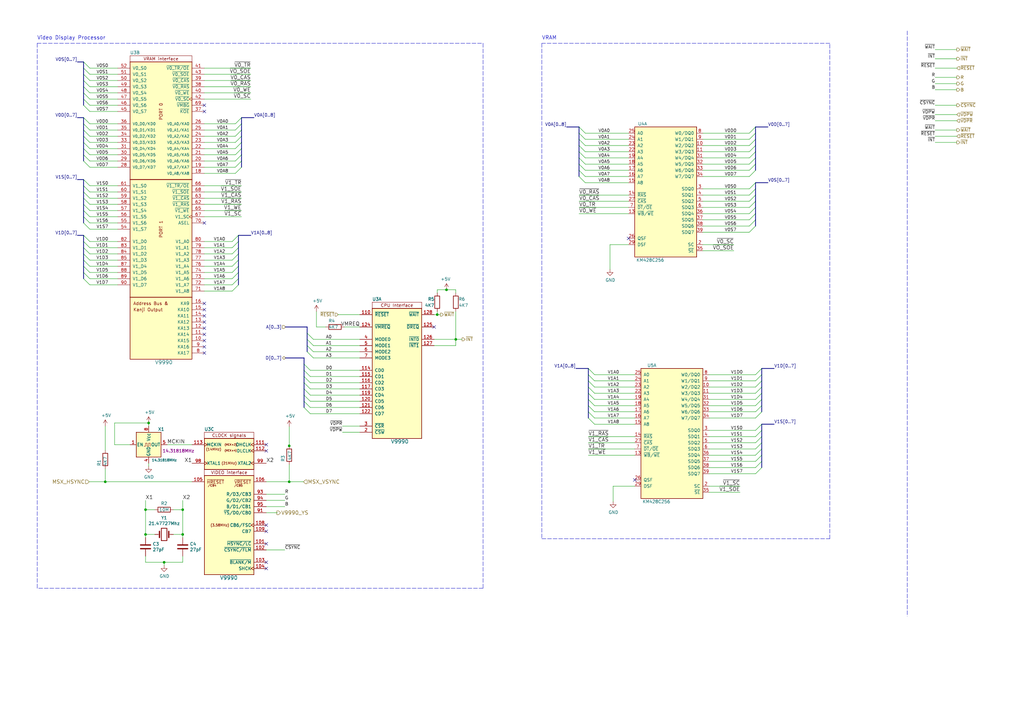
<source format=kicad_sch>
(kicad_sch (version 20211123) (generator eeschema)
  (paper "A3")
  (title_block (title "TRH9000S (Superimpose)") (date "2022-11-25") (rev "0.1") (company "The Retro Hacker") (comment 2 "Shared under CERN-OHL-S license") (comment 3 "TRH9000S - Open Source MSX Graphics Card based on the Yamaha V9990") (comment 4 "Designed  by: Cristiano Goncalves"))
  (junction (at 74.93 219.202))
  (junction (at 183.134 118.872))
  (junction (at 59.69 209.042))
  (junction (at 74.93 209.042))
  (junction (at 179.324 129.032))
  (junction (at 118.618 197.612))
  (junction (at 186.944 139.192))
  (junction (at 59.69 219.202))
  (junction (at 43.18 197.612))
  (junction (at 60.96 173.482))
  (junction (at 67.31 230.632))
  (junction (at 118.618 182.88))
  (no_connect (at 178.054 134.112))
  (no_connect (at 83.82 139.7))
  (no_connect (at 260.35 196.85))
  (no_connect (at 83.82 43.18))
  (no_connect (at 83.82 45.72))
  (no_connect (at 109.22 182.372))
  (no_connect (at 109.22 184.912))
  (no_connect (at 109.22 215.392))
  (no_connect (at 109.22 217.932))
  (no_connect (at 257.81 97.79))
  (no_connect (at 83.82 142.24))
  (no_connect (at 109.22 233.172))
  (no_connect (at 109.22 230.632))
  (no_connect (at 83.82 132.08))
  (no_connect (at 83.82 91.44))
  (no_connect (at 83.82 124.46))
  (no_connect (at 83.82 127))
  (no_connect (at 83.82 134.62))
  (no_connect (at 83.82 137.16))
  (no_connect (at 83.82 129.54))
  (no_connect (at 109.22 223.012))
  (no_connect (at 83.82 144.78))
  (bus_entry (at 34.29 78.74) (size 2.54 2.54))
  (bus_entry (at 34.29 83.82) (size 2.54 2.54))
  (bus_entry (at 124.714 151.892) (size 2.54 2.54))
  (bus_entry (at 241.3 166.37) (size 2.54 2.54))
  (bus_entry (at 124.714 164.592) (size 2.54 2.54))
  (bus_entry (at 312.42 168.91) (size -2.54 2.54))
  (bus_entry (at 309.88 64.77) (size -2.54 2.54))
  (bus_entry (at 312.42 163.83) (size -2.54 2.54))
  (bus_entry (at 312.42 166.37) (size -2.54 2.54))
  (bus_entry (at 99.06 68.58) (size -2.54 2.54))
  (bus_entry (at 312.42 161.29) (size -2.54 2.54))
  (bus_entry (at 312.42 191.77) (size -2.54 2.54))
  (bus_entry (at 124.714 149.352) (size 2.54 2.54))
  (bus_entry (at 241.3 171.45) (size 2.54 2.54))
  (bus_entry (at 312.42 151.13) (size -2.54 2.54))
  (bus_entry (at 309.88 85.09) (size -2.54 2.54))
  (bus_entry (at 34.29 104.14) (size 2.54 2.54))
  (bus_entry (at 309.88 82.55) (size -2.54 2.54))
  (bus_entry (at 241.3 156.21) (size 2.54 2.54))
  (bus_entry (at 97.79 114.3) (size -2.54 2.54))
  (bus_entry (at 97.79 109.22) (size -2.54 2.54))
  (bus_entry (at 34.29 30.48) (size 2.54 2.54))
  (bus_entry (at 309.88 77.47) (size -2.54 2.54))
  (bus_entry (at 34.29 40.64) (size 2.54 2.54))
  (bus_entry (at 99.06 53.34) (size -2.54 2.54))
  (bus_entry (at 34.29 43.18) (size 2.54 2.54))
  (bus_entry (at 34.29 101.6) (size 2.54 2.54))
  (bus_entry (at 34.29 99.06) (size 2.54 2.54))
  (bus_entry (at 309.88 67.31) (size -2.54 2.54))
  (bus_entry (at 309.88 90.17) (size -2.54 2.54))
  (bus_entry (at 241.3 163.83) (size 2.54 2.54))
  (bus_entry (at 237.49 72.39) (size 2.54 2.54))
  (bus_entry (at 34.29 58.42) (size 2.54 2.54))
  (bus_entry (at 34.29 91.44) (size 2.54 2.54))
  (bus_entry (at 237.49 52.07) (size 2.54 2.54))
  (bus_entry (at 309.88 59.69) (size -2.54 2.54))
  (bus_entry (at 241.3 161.29) (size 2.54 2.54))
  (bus_entry (at 309.88 87.63) (size -2.54 2.54))
  (bus_entry (at 125.984 144.272) (size 2.54 2.54))
  (bus_entry (at 241.3 151.13) (size 2.54 2.54))
  (bus_entry (at 34.29 25.4) (size 2.54 2.54))
  (bus_entry (at 237.49 59.69) (size 2.54 2.54))
  (bus_entry (at 312.42 181.61) (size -2.54 2.54))
  (bus_entry (at 125.984 139.192) (size 2.54 2.54))
  (bus_entry (at 99.06 58.42) (size -2.54 2.54))
  (bus_entry (at 309.88 80.01) (size -2.54 2.54))
  (bus_entry (at 34.29 53.34) (size 2.54 2.54))
  (bus_entry (at 97.79 101.6) (size -2.54 2.54))
  (bus_entry (at 309.88 62.23) (size -2.54 2.54))
  (bus_entry (at 34.29 50.8) (size 2.54 2.54))
  (bus_entry (at 312.42 179.07) (size -2.54 2.54))
  (bus_entry (at 309.88 54.61) (size -2.54 2.54))
  (bus_entry (at 99.06 66.04) (size -2.54 2.54))
  (bus_entry (at 34.29 60.96) (size 2.54 2.54))
  (bus_entry (at 34.29 63.5) (size 2.54 2.54))
  (bus_entry (at 34.29 38.1) (size 2.54 2.54))
  (bus_entry (at 34.29 35.56) (size 2.54 2.54))
  (bus_entry (at 34.29 48.26) (size 2.54 2.54))
  (bus_entry (at 237.49 62.23) (size 2.54 2.54))
  (bus_entry (at 309.88 92.71) (size -2.54 2.54))
  (bus_entry (at 309.88 52.07) (size -2.54 2.54))
  (bus_entry (at 237.49 69.85) (size 2.54 2.54))
  (bus_entry (at 125.984 136.652) (size 2.54 2.54))
  (bus_entry (at 97.79 96.52) (size -2.54 2.54))
  (bus_entry (at 99.06 63.5) (size -2.54 2.54))
  (bus_entry (at 34.29 27.94) (size 2.54 2.54))
  (bus_entry (at 99.06 48.26) (size -2.54 2.54))
  (bus_entry (at 124.714 162.052) (size 2.54 2.54))
  (bus_entry (at 97.79 99.06) (size -2.54 2.54))
  (bus_entry (at 124.714 156.972) (size 2.54 2.54))
  (bus_entry (at 99.06 60.96) (size -2.54 2.54))
  (bus_entry (at 241.3 168.91) (size 2.54 2.54))
  (bus_entry (at 124.714 159.512) (size 2.54 2.54))
  (bus_entry (at 312.42 153.67) (size -2.54 2.54))
  (bus_entry (at 34.29 55.88) (size 2.54 2.54))
  (bus_entry (at 34.29 76.2) (size 2.54 2.54))
  (bus_entry (at 34.29 106.68) (size 2.54 2.54))
  (bus_entry (at 241.3 158.75) (size 2.54 2.54))
  (bus_entry (at 312.42 156.21) (size -2.54 2.54))
  (bus_entry (at 97.79 116.84) (size -2.54 2.54))
  (bus_entry (at 237.49 64.77) (size 2.54 2.54))
  (bus_entry (at 312.42 189.23) (size -2.54 2.54))
  (bus_entry (at 309.88 74.93) (size -2.54 2.54))
  (bus_entry (at 97.79 104.14) (size -2.54 2.54))
  (bus_entry (at 237.49 67.31) (size 2.54 2.54))
  (bus_entry (at 124.714 154.432) (size 2.54 2.54))
  (bus_entry (at 312.42 173.99) (size -2.54 2.54))
  (bus_entry (at 125.984 141.732) (size 2.54 2.54))
  (bus_entry (at 34.29 109.22) (size 2.54 2.54))
  (bus_entry (at 34.29 73.66) (size 2.54 2.54))
  (bus_entry (at 241.3 153.67) (size 2.54 2.54))
  (bus_entry (at 312.42 158.75) (size -2.54 2.54))
  (bus_entry (at 312.42 186.69) (size -2.54 2.54))
  (bus_entry (at 124.714 167.132) (size 2.54 2.54))
  (bus_entry (at 99.06 50.8) (size -2.54 2.54))
  (bus_entry (at 34.29 33.02) (size 2.54 2.54))
  (bus_entry (at 97.79 111.76) (size -2.54 2.54))
  (bus_entry (at 34.29 86.36) (size 2.54 2.54))
  (bus_entry (at 309.88 57.15) (size -2.54 2.54))
  (bus_entry (at 34.29 66.04) (size 2.54 2.54))
  (bus_entry (at 312.42 176.53) (size -2.54 2.54))
  (bus_entry (at 237.49 57.15) (size 2.54 2.54))
  (bus_entry (at 34.29 114.3) (size 2.54 2.54))
  (bus_entry (at 34.29 96.52) (size 2.54 2.54))
  (bus_entry (at 309.88 69.85) (size -2.54 2.54))
  (bus_entry (at 97.79 106.68) (size -2.54 2.54))
  (bus_entry (at 312.42 184.15) (size -2.54 2.54))
  (bus_entry (at 237.49 54.61) (size 2.54 2.54))
  (bus_entry (at 34.29 81.28) (size 2.54 2.54))
  (bus_entry (at 99.06 55.88) (size -2.54 2.54))
  (bus_entry (at 34.29 88.9) (size 2.54 2.54))
  (bus_entry (at 34.29 111.76) (size 2.54 2.54))
  (bus (pts (xy 97.79 99.06) (xy 97.79 101.6)))
  (wire (pts (xy 240.03 74.93) (xy 257.81 74.93)))
  (wire (pts (xy 383.54 36.83) (xy 392.43 36.83)))
  (wire (pts (xy 59.69 219.202) (xy 59.69 220.472)))
  (wire (pts (xy 116.84 225.552) (xy 109.22 225.552)))
  (bus (pts (xy 124.714 162.052) (xy 124.714 164.592)))
  (bus (pts (xy 312.42 181.61) (xy 312.42 184.15)))
  (wire (pts (xy 67.31 231.902) (xy 67.31 230.632)))
  (wire (pts (xy 59.69 228.092) (xy 59.69 230.632)))
  (wire (pts (xy 243.84 171.45) (xy 260.35 171.45)))
  (wire (pts (xy 118.618 197.612) (xy 118.618 190.5)))
  (wire (pts (xy 240.03 54.61) (xy 257.81 54.61)))
  (wire (pts (xy 48.26 83.82) (xy 36.83 83.82)))
  (wire (pts (xy 288.29 57.15) (xy 307.34 57.15)))
  (wire (pts (xy 118.618 197.612) (xy 124.46 197.612)))
  (bus (pts (xy 241.3 163.83) (xy 241.3 166.37)))
  (wire (pts (xy 60.96 191.262) (xy 60.96 189.992)))
  (wire (pts (xy 138.684 129.032) (xy 147.574 129.032)))
  (bus (pts (xy 237.49 52.07) (xy 237.49 54.61)))
  (bus (pts (xy 124.714 154.432) (xy 124.714 156.972)))
  (wire (pts (xy 48.26 55.88) (xy 36.83 55.88)))
  (wire (pts (xy 83.82 114.3) (xy 95.25 114.3)))
  (wire (pts (xy 48.26 50.8) (xy 36.83 50.8)))
  (wire (pts (xy 127.254 156.972) (xy 147.574 156.972)))
  (bus (pts (xy 34.29 50.8) (xy 34.29 53.34)))
  (wire (pts (xy 43.18 192.278) (xy 43.18 197.612)))
  (wire (pts (xy 383.54 46.99) (xy 392.43 46.99)))
  (wire (pts (xy 179.324 127.762) (xy 179.324 129.032)))
  (polyline (pts (xy 372.11 12.7) (xy 372.11 252.73)))
  (wire (pts (xy 109.22 210.312) (xy 113.792 210.312)))
  (wire (pts (xy 186.944 141.732) (xy 186.944 139.192)))
  (wire (pts (xy 383.54 55.88) (xy 392.43 55.88)))
  (bus (pts (xy 237.49 62.23) (xy 237.49 64.77)))
  (wire (pts (xy 48.26 78.74) (xy 36.83 78.74)))
  (wire (pts (xy 290.83 176.53) (xy 309.88 176.53)))
  (wire (pts (xy 288.29 59.69) (xy 307.34 59.69)))
  (bus (pts (xy 309.88 77.47) (xy 309.88 80.01)))
  (polyline (pts (xy 222.25 220.98) (xy 340.36 220.98)))
  (bus (pts (xy 99.06 48.26) (xy 99.06 50.8)))
  (bus (pts (xy 124.714 164.592) (xy 124.714 167.132)))
  (wire (pts (xy 83.82 40.64) (xy 102.87 40.64)))
  (bus (pts (xy 99.06 55.88) (xy 99.06 58.42)))
  (bus (pts (xy 97.79 106.68) (xy 97.79 109.22)))
  (wire (pts (xy 102.87 38.1) (xy 83.82 38.1)))
  (wire (pts (xy 99.06 76.2) (xy 83.82 76.2)))
  (wire (pts (xy 48.26 33.02) (xy 36.83 33.02)))
  (bus (pts (xy 309.88 87.63) (xy 309.88 90.17)))
  (bus (pts (xy 241.3 151.13) (xy 241.3 153.67)))
  (bus (pts (xy 309.88 80.01) (xy 309.88 82.55)))
  (wire (pts (xy 179.324 118.872) (xy 179.324 120.142)))
  (wire (pts (xy 290.83 184.15) (xy 309.88 184.15)))
  (wire (pts (xy 48.26 27.94) (xy 36.83 27.94)))
  (bus (pts (xy 312.42 173.99) (xy 312.42 176.53)))
  (wire (pts (xy 288.29 54.61) (xy 307.34 54.61)))
  (wire (pts (xy 288.29 77.47) (xy 307.34 77.47)))
  (wire (pts (xy 74.93 209.042) (xy 74.93 219.202)))
  (bus (pts (xy 241.3 161.29) (xy 241.3 163.83)))
  (polyline (pts (xy 340.36 220.98) (xy 340.36 17.78)))
  (wire (pts (xy 127.254 162.052) (xy 147.574 162.052)))
  (wire (pts (xy 116.84 202.692) (xy 109.22 202.692)))
  (wire (pts (xy 288.29 100.33) (xy 300.99 100.33)))
  (wire (pts (xy 128.524 141.732) (xy 147.574 141.732)))
  (bus (pts (xy 34.29 86.36) (xy 34.29 88.9)))
  (wire (pts (xy 127.254 164.592) (xy 147.574 164.592)))
  (bus (pts (xy 97.79 104.14) (xy 97.79 106.68)))
  (wire (pts (xy 99.06 86.36) (xy 83.82 86.36)))
  (bus (pts (xy 34.29 53.34) (xy 34.29 55.88)))
  (wire (pts (xy 99.06 81.28) (xy 83.82 81.28)))
  (bus (pts (xy 312.42 163.83) (xy 312.42 166.37)))
  (wire (pts (xy 83.82 116.84) (xy 95.25 116.84)))
  (bus (pts (xy 34.29 25.4) (xy 34.29 27.94)))
  (bus (pts (xy 34.29 88.9) (xy 34.29 91.44)))
  (bus (pts (xy 312.42 186.69) (xy 312.42 189.23)))
  (bus (pts (xy 97.79 114.3) (xy 97.79 116.84)))
  (wire (pts (xy 99.06 83.82) (xy 83.82 83.82)))
  (bus (pts (xy 309.88 62.23) (xy 309.88 64.77)))
  (wire (pts (xy 59.69 230.632) (xy 67.31 230.632)))
  (bus (pts (xy 237.49 67.31) (xy 237.49 69.85)))
  (wire (pts (xy 48.26 63.5) (xy 36.83 63.5)))
  (wire (pts (xy 240.03 59.69) (xy 257.81 59.69)))
  (bus (pts (xy 309.88 82.55) (xy 309.88 85.09)))
  (wire (pts (xy 383.54 24.13) (xy 392.43 24.13)))
  (wire (pts (xy 48.26 91.44) (xy 36.83 91.44)))
  (bus (pts (xy 34.29 81.28) (xy 34.29 83.82)))
  (wire (pts (xy 129.794 134.112) (xy 133.604 134.112)))
  (wire (pts (xy 83.82 58.42) (xy 96.52 58.42)))
  (wire (pts (xy 288.29 102.87) (xy 300.99 102.87)))
  (polyline (pts (xy 15.24 17.78) (xy 198.12 17.78)))
  (wire (pts (xy 127.254 151.892) (xy 147.574 151.892)))
  (wire (pts (xy 102.87 27.94) (xy 83.82 27.94)))
  (wire (pts (xy 240.03 67.31) (xy 257.81 67.31)))
  (wire (pts (xy 48.26 60.96) (xy 36.83 60.96)))
  (wire (pts (xy 48.26 114.3) (xy 36.83 114.3)))
  (bus (pts (xy 34.29 35.56) (xy 34.29 38.1)))
  (bus (pts (xy 309.88 57.15) (xy 309.88 59.69)))
  (bus (pts (xy 34.29 73.66) (xy 31.75 73.66)))
  (wire (pts (xy 83.82 66.04) (xy 96.52 66.04)))
  (wire (pts (xy 48.26 104.14) (xy 36.83 104.14)))
  (bus (pts (xy 312.42 151.13) (xy 317.5 151.13)))
  (bus (pts (xy 34.29 76.2) (xy 34.29 78.74)))
  (wire (pts (xy 83.82 68.58) (xy 96.52 68.58)))
  (bus (pts (xy 97.79 111.76) (xy 97.79 114.3)))
  (bus (pts (xy 241.3 153.67) (xy 241.3 156.21)))
  (bus (pts (xy 241.3 166.37) (xy 241.3 168.91)))
  (wire (pts (xy 257.81 87.63) (xy 237.49 87.63)))
  (wire (pts (xy 288.29 64.77) (xy 307.34 64.77)))
  (bus (pts (xy 99.06 53.34) (xy 99.06 55.88)))
  (wire (pts (xy 141.224 134.112) (xy 147.574 134.112)))
  (wire (pts (xy 48.26 45.72) (xy 36.83 45.72)))
  (wire (pts (xy 48.26 76.2) (xy 36.83 76.2)))
  (bus (pts (xy 312.42 189.23) (xy 312.42 191.77)))
  (wire (pts (xy 59.69 209.042) (xy 59.69 219.202)))
  (wire (pts (xy 290.83 163.83) (xy 309.88 163.83)))
  (bus (pts (xy 312.42 176.53) (xy 312.42 179.07)))
  (wire (pts (xy 383.54 49.53) (xy 392.43 49.53)))
  (wire (pts (xy 178.054 139.192) (xy 186.944 139.192)))
  (bus (pts (xy 34.29 96.52) (xy 34.29 99.06)))
  (bus (pts (xy 34.29 58.42) (xy 34.29 60.96)))
  (wire (pts (xy 243.84 153.67) (xy 260.35 153.67)))
  (wire (pts (xy 129.794 127.762) (xy 129.794 134.112)))
  (wire (pts (xy 83.82 30.48) (xy 102.87 30.48)))
  (wire (pts (xy 288.29 80.01) (xy 307.34 80.01)))
  (wire (pts (xy 290.83 166.37) (xy 309.88 166.37)))
  (bus (pts (xy 124.714 151.892) (xy 124.714 154.432)))
  (wire (pts (xy 63.5 209.042) (xy 59.69 209.042)))
  (wire (pts (xy 74.93 230.632) (xy 74.93 228.092)))
  (bus (pts (xy 34.29 48.26) (xy 34.29 50.8)))
  (bus (pts (xy 309.88 59.69) (xy 309.88 62.23)))
  (wire (pts (xy 243.84 168.91) (xy 260.35 168.91)))
  (wire (pts (xy 250.19 100.33) (xy 257.81 100.33)))
  (bus (pts (xy 97.79 101.6) (xy 97.79 104.14)))
  (wire (pts (xy 48.26 38.1) (xy 36.83 38.1)))
  (wire (pts (xy 48.26 66.04) (xy 36.83 66.04)))
  (bus (pts (xy 34.29 30.48) (xy 34.29 33.02)))
  (wire (pts (xy 290.83 191.77) (xy 309.88 191.77)))
  (bus (pts (xy 312.42 156.21) (xy 312.42 158.75)))
  (bus (pts (xy 34.29 96.52) (xy 31.75 96.52)))
  (wire (pts (xy 240.03 57.15) (xy 257.81 57.15)))
  (wire (pts (xy 260.35 179.07) (xy 241.3 179.07)))
  (wire (pts (xy 260.35 181.61) (xy 241.3 181.61)))
  (bus (pts (xy 241.3 158.75) (xy 241.3 161.29)))
  (wire (pts (xy 83.82 78.74) (xy 99.06 78.74)))
  (wire (pts (xy 48.26 101.6) (xy 36.83 101.6)))
  (bus (pts (xy 99.06 66.04) (xy 99.06 68.58)))
  (polyline (pts (xy 222.25 17.78) (xy 222.25 220.98)))
  (wire (pts (xy 186.944 118.872) (xy 186.944 120.142)))
  (wire (pts (xy 71.12 219.202) (xy 74.93 219.202)))
  (wire (pts (xy 60.96 173.482) (xy 60.96 174.752)))
  (bus (pts (xy 312.42 153.67) (xy 312.42 156.21)))
  (wire (pts (xy 83.82 88.9) (xy 99.06 88.9)))
  (bus (pts (xy 312.42 166.37) (xy 312.42 168.91)))
  (wire (pts (xy 48.26 88.9) (xy 36.83 88.9)))
  (bus (pts (xy 99.06 58.42) (xy 99.06 60.96)))
  (bus (pts (xy 99.06 48.26) (xy 104.14 48.26)))
  (polyline (pts (xy 340.36 17.78) (xy 222.25 17.78)))
  (wire (pts (xy 288.29 82.55) (xy 307.34 82.55)))
  (wire (pts (xy 83.82 111.76) (xy 95.25 111.76)))
  (wire (pts (xy 59.69 205.232) (xy 59.69 209.042)))
  (wire (pts (xy 240.03 62.23) (xy 257.81 62.23)))
  (wire (pts (xy 240.03 64.77) (xy 257.81 64.77)))
  (wire (pts (xy 127.254 154.432) (xy 147.574 154.432)))
  (wire (pts (xy 290.83 194.31) (xy 309.88 194.31)))
  (bus (pts (xy 34.29 101.6) (xy 34.29 104.14)))
  (bus (pts (xy 34.29 104.14) (xy 34.29 106.68)))
  (wire (pts (xy 383.54 27.94) (xy 392.43 27.94)))
  (wire (pts (xy 243.84 166.37) (xy 260.35 166.37)))
  (bus (pts (xy 34.29 111.76) (xy 34.29 114.3)))
  (wire (pts (xy 290.83 158.75) (xy 309.88 158.75)))
  (wire (pts (xy 290.83 181.61) (xy 309.88 181.61)))
  (bus (pts (xy 99.06 60.96) (xy 99.06 63.5)))
  (bus (pts (xy 34.29 33.02) (xy 34.29 35.56)))
  (bus (pts (xy 237.49 54.61) (xy 237.49 57.15)))
  (wire (pts (xy 48.26 35.56) (xy 36.83 35.56)))
  (wire (pts (xy 36.576 197.612) (xy 43.18 197.612)))
  (wire (pts (xy 128.524 146.812) (xy 147.574 146.812)))
  (wire (pts (xy 288.29 90.17) (xy 307.34 90.17)))
  (wire (pts (xy 288.29 67.31) (xy 307.34 67.31)))
  (bus (pts (xy 99.06 63.5) (xy 99.06 66.04)))
  (bus (pts (xy 34.29 48.26) (xy 31.75 48.26)))
  (wire (pts (xy 48.26 99.06) (xy 36.83 99.06)))
  (wire (pts (xy 48.26 116.84) (xy 36.83 116.84)))
  (bus (pts (xy 34.29 83.82) (xy 34.29 86.36)))
  (wire (pts (xy 260.35 184.15) (xy 241.3 184.15)))
  (wire (pts (xy 243.84 158.75) (xy 260.35 158.75)))
  (wire (pts (xy 288.29 72.39) (xy 307.34 72.39)))
  (bus (pts (xy 309.88 64.77) (xy 309.88 67.31)))
  (wire (pts (xy 140.462 174.752) (xy 147.574 174.752)))
  (wire (pts (xy 288.29 95.25) (xy 307.34 95.25)))
  (wire (pts (xy 83.82 60.96) (xy 96.52 60.96)))
  (bus (pts (xy 237.49 64.77) (xy 237.49 67.31)))
  (bus (pts (xy 34.29 63.5) (xy 34.29 66.04)))
  (wire (pts (xy 83.82 63.5) (xy 96.52 63.5)))
  (wire (pts (xy 83.82 119.38) (xy 95.25 119.38)))
  (wire (pts (xy 383.54 43.18) (xy 392.43 43.18)))
  (wire (pts (xy 288.29 87.63) (xy 307.34 87.63)))
  (wire (pts (xy 183.134 118.872) (xy 179.324 118.872)))
  (wire (pts (xy 183.134 118.872) (xy 186.944 118.872)))
  (bus (pts (xy 125.984 139.192) (xy 125.984 141.732)))
  (wire (pts (xy 83.82 55.88) (xy 96.52 55.88)))
  (bus (pts (xy 34.29 27.94) (xy 34.29 30.48)))
  (wire (pts (xy 116.84 205.232) (xy 109.22 205.232)))
  (wire (pts (xy 383.54 53.34) (xy 392.43 53.34)))
  (wire (pts (xy 46.99 182.372) (xy 53.34 182.372)))
  (wire (pts (xy 83.82 101.6) (xy 95.25 101.6)))
  (polyline (pts (xy 198.12 17.78) (xy 198.12 241.3)))
  (wire (pts (xy 290.83 201.93) (xy 303.53 201.93)))
  (wire (pts (xy 116.84 207.772) (xy 109.22 207.772)))
  (bus (pts (xy 34.29 73.66) (xy 34.29 76.2)))
  (bus (pts (xy 99.06 50.8) (xy 99.06 53.34)))
  (wire (pts (xy 178.054 129.032) (xy 179.324 129.032)))
  (wire (pts (xy 128.524 144.272) (xy 147.574 144.272)))
  (wire (pts (xy 243.84 161.29) (xy 260.35 161.29)))
  (wire (pts (xy 179.324 129.032) (xy 180.594 129.032)))
  (wire (pts (xy 48.26 109.22) (xy 36.83 109.22)))
  (bus (pts (xy 312.42 158.75) (xy 312.42 161.29)))
  (wire (pts (xy 290.83 199.39) (xy 303.53 199.39)))
  (wire (pts (xy 383.54 20.32) (xy 392.43 20.32)))
  (wire (pts (xy 186.944 139.192) (xy 189.484 139.192)))
  (bus (pts (xy 97.79 96.52) (xy 102.87 96.52)))
  (wire (pts (xy 83.82 106.68) (xy 95.25 106.68)))
  (wire (pts (xy 74.93 219.202) (xy 74.93 220.472)))
  (bus (pts (xy 34.29 60.96) (xy 34.29 63.5)))
  (wire (pts (xy 63.5 219.202) (xy 59.69 219.202)))
  (wire (pts (xy 383.54 34.29) (xy 392.43 34.29)))
  (wire (pts (xy 102.87 33.02) (xy 83.82 33.02)))
  (wire (pts (xy 290.83 153.67) (xy 309.88 153.67)))
  (bus (pts (xy 312.42 173.99) (xy 317.5 173.99)))
  (wire (pts (xy 43.18 197.612) (xy 78.74 197.612)))
  (wire (pts (xy 68.58 182.372) (xy 78.74 182.372)))
  (bus (pts (xy 312.42 179.07) (xy 312.42 181.61)))
  (wire (pts (xy 243.84 173.99) (xy 260.35 173.99)))
  (bus (pts (xy 309.88 74.93) (xy 314.96 74.93)))
  (bus (pts (xy 125.984 134.112) (xy 125.984 136.652)))
  (bus (pts (xy 241.3 151.13) (xy 236.22 151.13)))
  (wire (pts (xy 109.22 197.612) (xy 118.618 197.612)))
  (wire (pts (xy 83.82 71.12) (xy 96.52 71.12)))
  (wire (pts (xy 48.26 40.64) (xy 36.83 40.64)))
  (wire (pts (xy 140.462 177.292) (xy 147.574 177.292)))
  (wire (pts (xy 83.82 53.34) (xy 96.52 53.34)))
  (polyline (pts (xy 15.24 17.78) (xy 15.24 241.3)))
  (wire (pts (xy 67.31 230.632) (xy 74.93 230.632)))
  (wire (pts (xy 83.82 109.22) (xy 95.25 109.22)))
  (bus (pts (xy 124.714 159.512) (xy 124.714 162.052)))
  (wire (pts (xy 288.29 62.23) (xy 307.34 62.23)))
  (wire (pts (xy 118.618 182.88) (xy 118.872 182.88)))
  (wire (pts (xy 48.26 81.28) (xy 36.83 81.28)))
  (wire (pts (xy 288.29 69.85) (xy 307.34 69.85)))
  (wire (pts (xy 48.26 30.48) (xy 36.83 30.48)))
  (bus (pts (xy 309.88 52.07) (xy 314.96 52.07)))
  (bus (pts (xy 309.88 90.17) (xy 309.88 92.71)))
  (bus (pts (xy 34.29 109.22) (xy 34.29 111.76)))
  (wire (pts (xy 83.82 50.8) (xy 96.52 50.8)))
  (bus (pts (xy 124.714 146.812) (xy 124.714 149.352)))
  (wire (pts (xy 250.19 100.33) (xy 250.19 110.49)))
  (bus (pts (xy 97.79 96.52) (xy 97.79 99.06)))
  (wire (pts (xy 186.944 127.762) (xy 186.944 139.192)))
  (wire (pts (xy 46.99 173.482) (xy 46.99 182.372)))
  (bus (pts (xy 34.29 55.88) (xy 34.29 58.42)))
  (wire (pts (xy 43.18 174.752) (xy 43.18 184.658)))
  (wire (pts (xy 48.26 111.76) (xy 36.83 111.76)))
  (wire (pts (xy 46.99 173.482) (xy 60.96 173.482)))
  (wire (pts (xy 383.54 58.42) (xy 392.43 58.42)))
  (bus (pts (xy 309.88 67.31) (xy 309.88 69.85)))
  (wire (pts (xy 290.83 179.07) (xy 309.88 179.07)))
  (bus (pts (xy 34.29 78.74) (xy 34.29 81.28)))
  (wire (pts (xy 48.26 43.18) (xy 36.83 43.18)))
  (wire (pts (xy 257.81 85.09) (xy 237.49 85.09)))
  (wire (pts (xy 48.26 53.34) (xy 36.83 53.34)))
  (bus (pts (xy 34.29 40.64) (xy 34.29 43.18)))
  (wire (pts (xy 290.83 171.45) (xy 309.88 171.45)))
  (bus (pts (xy 241.3 168.91) (xy 241.3 171.45)))
  (wire (pts (xy 243.84 156.21) (xy 260.35 156.21)))
  (wire (pts (xy 290.83 189.23) (xy 309.88 189.23)))
  (bus (pts (xy 237.49 52.07) (xy 232.41 52.07)))
  (bus (pts (xy 309.88 54.61) (xy 309.88 57.15)))
  (bus (pts (xy 312.42 151.13) (xy 312.42 153.67)))
  (wire (pts (xy 83.82 99.06) (xy 95.25 99.06)))
  (bus (pts (xy 34.29 106.68) (xy 34.29 109.22)))
  (bus (pts (xy 237.49 69.85) (xy 237.49 72.39)))
  (bus (pts (xy 309.88 52.07) (xy 309.88 54.61)))
  (bus (pts (xy 309.88 74.93) (xy 309.88 77.47)))
  (bus (pts (xy 241.3 156.21) (xy 241.3 158.75)))
  (wire (pts (xy 48.26 58.42) (xy 36.83 58.42)))
  (wire (pts (xy 257.81 82.55) (xy 237.49 82.55)))
  (bus (pts (xy 125.984 136.652) (xy 125.984 139.192)))
  (bus (pts (xy 309.88 85.09) (xy 309.88 87.63)))
  (wire (pts (xy 290.83 161.29) (xy 309.88 161.29)))
  (wire (pts (xy 290.83 186.69) (xy 309.88 186.69)))
  (wire (pts (xy 240.03 72.39) (xy 257.81 72.39)))
  (bus (pts (xy 117.094 134.112) (xy 125.984 134.112)))
  (bus (pts (xy 125.984 141.732) (xy 125.984 144.272)))
  (wire (pts (xy 83.82 104.14) (xy 95.25 104.14)))
  (wire (pts (xy 260.35 186.69) (xy 241.3 186.69)))
  (wire (pts (xy 74.93 205.232) (xy 74.93 209.042)))
  (wire (pts (xy 257.81 80.01) (xy 237.49 80.01)))
  (bus (pts (xy 237.49 57.15) (xy 237.49 59.69)))
  (polyline (pts (xy 198.12 241.3) (xy 15.24 241.3)))
  (bus (pts (xy 124.714 149.352) (xy 124.714 151.892)))
  (bus (pts (xy 34.29 99.06) (xy 34.29 101.6)))
  (wire (pts (xy 288.29 85.09) (xy 307.34 85.09)))
  (wire (pts (xy 128.524 139.192) (xy 147.574 139.192)))
  (bus (pts (xy 34.29 25.4) (xy 31.75 25.4)))
  (bus (pts (xy 124.714 146.812) (xy 117.094 146.812)))
  (wire (pts (xy 127.254 169.672) (xy 147.574 169.672)))
  (wire (pts (xy 251.46 199.39) (xy 260.35 199.39)))
  (bus (pts (xy 312.42 184.15) (xy 312.42 186.69)))
  (wire (pts (xy 127.254 159.512) (xy 147.574 159.512)))
  (wire (pts (xy 48.26 68.58) (xy 36.83 68.58)))
  (wire (pts (xy 48.26 86.36) (xy 36.83 86.36)))
  (wire (pts (xy 71.12 209.042) (xy 74.93 209.042)))
  (wire (pts (xy 48.26 93.98) (xy 36.83 93.98)))
  (bus (pts (xy 97.79 109.22) (xy 97.79 111.76)))
  (wire (pts (xy 290.83 156.21) (xy 309.88 156.21)))
  (bus (pts (xy 312.42 161.29) (xy 312.42 163.83)))
  (wire (pts (xy 102.87 35.56) (xy 83.82 35.56)))
  (wire (pts (xy 251.46 199.39) (xy 251.46 205.74)))
  (wire (pts (xy 243.84 163.83) (xy 260.35 163.83)))
  (wire (pts (xy 290.83 168.91) (xy 309.88 168.91)))
  (wire (pts (xy 48.26 106.68) (xy 36.83 106.68)))
  (wire (pts (xy 288.29 92.71) (xy 307.34 92.71)))
  (wire (pts (xy 178.054 141.732) (xy 186.944 141.732)))
  (bus (pts (xy 124.714 156.972) (xy 124.714 159.512)))
  (wire (pts (xy 127.254 167.132) (xy 147.574 167.132)))
  (wire (pts (xy 240.03 69.85) (xy 257.81 69.85)))
  (bus (pts (xy 237.49 59.69) (xy 237.49 62.23)))
  (wire (pts (xy 118.618 175.006) (xy 118.618 182.88)))
  (bus (pts (xy 34.29 38.1) (xy 34.29 40.64)))
  (wire (pts (xy 383.54 31.75) (xy 392.43 31.75)))
  (text "VRAM" (at 222.25 16.51 0) (effects (font (size 1.524 1.524)) (justify left bottom)))
  (text "Video Display Processor" (at 15.24 16.51 0) (effects (font (size 1.524 1.524)) (justify left bottom)))
  (label "V0D3" (at 44.45 58.42 180))
  (label "~{V1_CAS}" (at 241.3 181.61 0) (effects (font (size 1.524 1.524))))
  (label "V0A2" (at 88.9 55.88 0))
  (label "V1A8" (at 254 173.99 180))
  (label "V0D4" (at 297.18 64.77 0))
  (label "V1S[0..7]" (at 317.5 173.99 0))
  (label "X2" (at 74.93 205.232 0) (effects (font (size 1.524 1.524))))
  (label "~{VDPW}" (at 383.54 46.99 180))
  (label "V0D1" (at 297.18 57.15 0))
  (label "~{VO_SOE}" (at 300.99 102.87 180) (effects (font (size 1.524 1.524))))
  (label "B" (at 383.54 36.83 180))
  (label "V0D1" (at 44.45 53.34 180))
  (label "~{V0_SC}" (at 102.87 40.64 180) (effects (font (size 1.524 1.524))))
  (label "V1D6" (at 44.45 114.3 180))
  (label "~{V1_WE}" (at 241.3 186.69 0) (effects (font (size 1.524 1.524))))
  (label "V0D6" (at 44.45 66.04 180))
  (label "~{V1_TR}" (at 99.06 76.2 180) (effects (font (size 1.524 1.524))))
  (label "V1S4" (at 44.45 86.36 180))
  (label "V0S5" (at 297.18 90.17 0))
  (label "G" (at 383.54 34.29 180))
  (label "A1" (at 133.604 141.732 0))
  (label "V1S2" (at 299.72 181.61 0))
  (label "V0S[0..7]" (at 314.96 74.93 0))
  (label "V0A2" (at 250.19 59.69 180))
  (label "V1A[0..8]" (at 236.22 151.13 180))
  (label "V0S4" (at 44.45 38.1 180))
  (label "V1A6" (at 254 168.91 180))
  (label "V1S3" (at 299.72 184.15 0))
  (label "V1A8" (at 87.63 119.38 0))
  (label "D1" (at 133.604 154.432 0))
  (label "V0D4" (at 44.45 60.96 180))
  (label "V1S7" (at 299.72 194.31 0))
  (label "V1D[0..7]" (at 317.5 151.13 0))
  (label "V1A1" (at 87.63 101.6 0))
  (label "A0" (at 133.604 139.192 0))
  (label "V0A3" (at 250.19 62.23 180))
  (label "V0D5" (at 297.18 67.31 0))
  (label "~{V1_RAS}" (at 241.3 179.07 0) (effects (font (size 1.524 1.524))))
  (label "MCKIN" (at 68.58 182.372 0) (effects (font (size 1.524 1.524))))
  (label "V1A0" (at 87.63 99.06 0))
  (label "V0A0" (at 250.19 54.61 180))
  (label "V1S0" (at 44.45 76.2 180))
  (label "V1A[0..8]" (at 102.87 96.52 0))
  (label "~{V0_TR}" (at 237.49 85.09 0) (effects (font (size 1.524 1.524))))
  (label "V0S1" (at 44.45 30.48 180))
  (label "V0D3" (at 297.18 62.23 0))
  (label "V0A4" (at 88.9 60.96 0))
  (label "V1D3" (at 299.72 161.29 0))
  (label "V0A0" (at 88.9 50.8 0))
  (label "V1A2" (at 254 158.75 180))
  (label "V0S3" (at 44.45 35.56 180))
  (label "V0A6" (at 88.9 66.04 0))
  (label "V1A4" (at 254 163.83 180))
  (label "~{VDPR}" (at 383.54 49.53 180))
  (label "~{V1_WE}" (at 99.06 86.36 180) (effects (font (size 1.524 1.524))))
  (label "V0D5" (at 44.45 63.5 180))
  (label "V0D7" (at 44.45 68.58 180))
  (label "V0S3" (at 297.18 85.09 0))
  (label "V0A8" (at 88.9 71.12 0))
  (label "R" (at 383.54 31.75 180))
  (label "V0S2" (at 297.18 82.55 0))
  (label "V0D[0..7]" (at 314.96 52.07 0))
  (label "D5" (at 133.604 164.592 0))
  (label "V1D1" (at 299.72 156.21 0))
  (label "~{V0_CAS}" (at 237.49 82.55 0) (effects (font (size 1.524 1.524))))
  (label "V0S6" (at 44.45 43.18 180))
  (label "V1D2" (at 299.72 158.75 0))
  (label "~{V0_RAS}" (at 237.49 80.01 0) (effects (font (size 1.524 1.524))))
  (label "V1D1" (at 44.45 101.6 180))
  (label "X1" (at 59.69 205.232 0) (effects (font (size 1.524 1.524))))
  (label "V0D[0..7]" (at 31.75 48.26 180))
  (label "V1S5" (at 299.72 189.23 0))
  (label "V1A0" (at 254 153.67 180))
  (label "V1D5" (at 44.45 111.76 180))
  (label "~{WAIT}" (at 383.54 20.32 180))
  (label "D0" (at 133.604 151.892 0))
  (label "V1D5" (at 299.72 166.37 0))
  (label "~{V0_RAS}" (at 102.87 35.56 180) (effects (font (size 1.524 1.524))))
  (label "A2" (at 133.604 144.272 0))
  (label "V0S5" (at 44.45 40.64 180))
  (label "V0A5" (at 88.9 63.5 0))
  (label "V1D4" (at 299.72 163.83 0))
  (label "V1A1" (at 254 156.21 180))
  (label "V0S[0..7]" (at 31.75 25.4 180))
  (label "V0A6" (at 250.19 69.85 180))
  (label "V1S6" (at 299.72 191.77 0))
  (label "V0S1" (at 297.18 80.01 0))
  (label "~{V0_WE}" (at 102.87 38.1 180) (effects (font (size 1.524 1.524))))
  (label "V1A4" (at 87.63 109.22 0))
  (label "~{V1_RAS}" (at 99.06 83.82 180) (effects (font (size 1.524 1.524))))
  (label "X1" (at 78.74 189.992 180) (effects (font (size 1.524 1.524))))
  (label "~{VDPW}" (at 140.462 177.292 180))
  (label "V1D4" (at 44.45 109.22 180))
  (label "G" (at 116.84 205.232 0))
  (label "~{INT}" (at 383.54 58.42 180))
  (label "V1S1" (at 44.45 78.74 180))
  (label "A3" (at 133.604 146.812 0))
  (label "V0A1" (at 88.9 53.34 0))
  (label "D3" (at 133.604 159.512 0))
  (label "V0A[0..8]" (at 104.14 48.26 0))
  (label "V1D0" (at 44.45 99.06 180))
  (label "V1A5" (at 87.63 111.76 0))
  (label "V1D7" (at 44.45 116.84 180))
  (label "~{V0_TR}" (at 102.87 27.94 180) (effects (font (size 1.524 1.524))))
  (label "V1S2" (at 44.45 81.28 180))
  (label "X2" (at 109.22 189.992 0) (effects (font (size 1.524 1.524))))
  (label "V0A5" (at 250.19 67.31 180))
  (label "V0A[0..8]" (at 232.41 52.07 180))
  (label "V0S4" (at 297.18 87.63 0))
  (label "~{V1_SOE}" (at 303.53 201.93 180) (effects (font (size 1.524 1.524))))
  (label "~{RESET}" (at 383.54 27.94 180))
  (label "~{V1_CAS}" (at 99.06 81.28 180) (effects (font (size 1.524 1.524))))
  (label "V1D6" (at 299.72 168.91 0))
  (label "V0S6" (at 297.18 92.71 0))
  (label "~{RESET}" (at 383.54 55.88 180))
  (label "V0S0" (at 297.18 77.47 0))
  (label "V1S4" (at 299.72 186.69 0))
  (label "V1A7" (at 87.63 116.84 0))
  (label "V0A3" (at 88.9 58.42 0))
  (label "V1A5" (at 254 166.37 180))
  (label "~{V0_WE}" (at 237.49 87.63 0) (effects (font (size 1.524 1.524))))
  (label "V0D2" (at 297.18 59.69 0))
  (label "~{V1_TR}" (at 241.3 184.15 0) (effects (font (size 1.524 1.524))))
  (label "V1S0" (at 299.72 176.53 0))
  (label "V0S2" (at 44.45 33.02 180))
  (label "~{WAIT}" (at 383.54 53.34 180))
  (label "D4" (at 133.604 162.052 0))
  (label "V0A7" (at 88.9 68.58 0))
  (label "V1S6" (at 44.45 91.44 180))
  (label "V0D0" (at 44.45 50.8 180))
  (label "V1A7" (at 254 171.45 180))
  (label "V1D2" (at 44.45 104.14 180))
  (label "~{INT}" (at 383.54 24.13 180))
  (label "V0S7" (at 297.18 95.25 0))
  (label "~{VO_SOE}" (at 102.87 30.48 180) (effects (font (size 1.524 1.524))))
  (label "V0D6" (at 297.18 69.85 0))
  (label "V1S3" (at 44.45 83.82 180))
  (label "~{V1_SOE}" (at 99.06 78.74 180) (effects (font (size 1.524 1.524))))
  (label "~{V1_SC}" (at 99.06 88.9 180) (effects (font (size 1.524 1.524))))
  (label "D7" (at 133.604 169.672 0))
  (label "~{CSYNC}" (at 383.54 43.18 180))
  (label "V1D3" (at 44.45 106.68 180))
  (label "V1A2" (at 87.63 104.14 0))
  (label "~{CSYNC}" (at 116.84 225.552 0))
  (label "V0A4" (at 250.19 64.77 180))
  (label "~{V1_SC}" (at 303.53 199.39 180) (effects (font (size 1.524 1.524))))
  (label "R" (at 116.84 202.692 0))
  (label "V1D7" (at 299.72 171.45 0))
  (label "V1A3" (at 87.63 106.68 0))
  (label "V0S7" (at 44.45 45.72 180))
  (label "D2" (at 133.604 156.972 0))
  (label "V0S0" (at 44.45 27.94 180))
  (label "D6" (at 133.604 167.132 0))
  (label "V1S[0..7]" (at 31.75 73.66 180))
  (label "B" (at 116.84 207.772 0))
  (label "~{VDPR}" (at 140.462 174.752 180))
  (label "V0D7" (at 297.18 72.39 0))
  (label "V0D0" (at 297.18 54.61 0))
  (label "V1D[0..7]" (at 31.75 96.52 180))
  (label "V0A1" (at 250.19 57.15 180))
  (label "~{V0_CAS}" (at 102.87 33.02 180) (effects (font (size 1.524 1.524))))
  (label "VMREQ" (at 147.574 134.112 180) (effects (font (size 1.524 1.524))))
  (label "~{V0_SC}" (at 300.99 100.33 180) (effects (font (size 1.524 1.524))))
  (label "V0A8" (at 250.19 74.93 180))
  (label "V1S7" (at 44.45 93.98 180))
  (label "V0A7" (at 250.19 72.39 180))
  (label "V0D2" (at 44.45 55.88 180))
  (label "V1S1" (at 299.72 179.07 0))
  (label "V1S5" (at 44.45 88.9 180))
  (label "V1A6" (at 87.63 114.3 0))
  (label "V1D0" (at 299.72 153.67 0))
  (label "V1A3" (at 254 161.29 180))
  (hierarchical_label "G" (shape output) (at 392.43 34.29 0))
  (hierarchical_label "~{VDPR}" (shape input) (at 392.43 49.53 0))
  (hierarchical_label "B" (shape output) (at 392.43 36.83 0))
  (hierarchical_label "~{VDPW}" (shape input) (at 392.43 46.99 0))
  (hierarchical_label "MSX_VSYNC" (shape input) (at 124.46 197.612 0) (effects (font (size 1.524 1.524))))
  (hierarchical_label "MSX_HSYNC" (shape input) (at 36.576 197.612 180) (effects (font (size 1.524 1.524))))
  (hierarchical_label "R" (shape output) (at 392.43 31.75 0))
  (hierarchical_label "~{INT}" (shape output) (at 392.43 58.42 0))
  (hierarchical_label "V9990_YS" (shape output) (at 113.538 210.312 0) (effects (font (size 1.524 1.524))))
  (hierarchical_label "D[0..7]" (shape bidirectional) (at 117.094 146.812 180))
  (hierarchical_label "~{WAIT}" (shape output) (at 180.594 129.032 0))
  (hierarchical_label "~{WAIT}" (shape output) (at 392.43 20.32 0))
  (hierarchical_label "~{INT}" (shape output) (at 189.484 139.192 0))
  (hierarchical_label "A[0..3]" (shape input) (at 117.094 134.112 180))
  (hierarchical_label "~{WAIT}" (shape output) (at 392.43 53.34 0))
  (hierarchical_label "~{RESET}" (shape input) (at 392.43 55.88 0))
  (hierarchical_label "~{RESET}" (shape input) (at 392.43 27.94 0))
  (hierarchical_label "~{RESET}" (shape input) (at 138.684 129.032 180))
  (hierarchical_label "~{CSYNC}" (shape output) (at 392.43 43.18 0))
  (hierarchical_label "~{INT}" (shape output) (at 392.43 24.13 0))
  (symbol (lib_id "power:+5V") (at 118.618 175.006 0) (unit 1)
    (property "Reference" "#PWR07" (effects hide))
    (property "Value" "+5V" (at 118.999 170.6118 0))
  )
  (symbol (lib_id "power:+5V") (at 183.134 118.872 0) (mirror y) (unit 1)
    (property "Reference" "#PWR09" (effects hide))
    (property "Value" "+5V" (at 182.753 114.4778 0))
  )
  (symbol (lib_id "power:+5V") (at 43.18 174.752 0) (unit 1)
    (property "Reference" "#PWR03" (effects hide))
    (property "Value" "+5V" (at 43.561 170.3578 0))
  )
  (symbol (lib_id "Device:C") (at 74.93 224.282 0) (unit 1)
    (property "Reference" "C4" (at 77.851 223.1136 0) (effects (justify left)))
    (property "Value" "27pF" (at 77.851 225.425 0) (effects (justify left)))
    (property "Footprint" "Capacitor_SMD:C_0805_2012Metric" (effects hide))
  )
  (symbol (lib_name "KM428C256_1") (lib_id "TRH9000:KM428C256") (at 273.05 74.93 0) (unit 1)
    (property "Reference" "U4" (at 261.62 50.8 0) (effects (justify left)))
    (property "Value" "KM428C256" (at 266.7 106.68 0))
    (property "Footprint" "trh9000:SOJ-40_400mil" (effects hide))
    (property "Datasheet" "https://pdf1.alldatasheet.com/datasheet-pdf/view/129863/SAMSUNG/KM428C256.html" (effects hide))
    (property "Status" "OBSOLETE" (effects hide))
    (property "Manufacturer" "Samsung Electronics Inc." (effects hide))
  )
  (symbol (lib_id "Device:Crystal") (at 67.31 219.202 0) (unit 1)
    (property "Reference" "Y1" (at 67.31 212.3948 0))
    (property "Value" "21.47727Mhz" (at 67.31 214.7062 0))
    (property "Footprint" "Crystal:Crystal_HC49-U_Vertical" (effects hide))
  )
  (symbol (lib_id "power:+5V") (at 60.96 173.482 0) (unit 1)
    (property "Reference" "#PWR04" (effects hide))
    (property "Value" "+5V" (at 61.341 169.0878 0))
  )
  (symbol (lib_id "Oscillator:CXO_DIP8") (at 60.96 182.372 0) (unit 1)
    (property "Reference" "X1" (at 64.77 176.022 0) (effects (justify left)))
    (property "Value" "14.31818MHz " (at 62.23 188.722 0) (effects (font (size 1 1)) (justify left)))
    (property "Footprint" "Oscillator:Oscillator_DIP-8" (effects hide))
    (property "Datasheet" "http://cdn-reichelt.de/documents/datenblatt/B400/OSZI.pdf" (effects hide))
    (property "Frequency" "14.31818MHz " (at 73.66 184.912 0))
    (property "Manufacturer" "Crystek Corporation" (effects hide))
    (property "MPN" "CE3291-14.318180" (effects hide))
  )
  (symbol (lib_id "Device:C") (at 59.69 224.282 0) (unit 1)
    (property "Reference" "C3" (at 62.611 223.1136 0) (effects (justify left)))
    (property "Value" "27pF" (at 62.611 225.425 0) (effects (justify left)))
    (property "Footprint" "Capacitor_SMD:C_0805_2012Metric" (effects hide))
  )
  (symbol (lib_id "Device:R") (at 186.944 123.952 0) (mirror y) (unit 1)
    (property "Reference" "R6" (at 190.754 122.682 0) (effects (justify left)))
    (property "Value" "4K7" (at 192.024 125.222 0) (effects (justify left)))
    (property "Footprint" "Resistor_SMD:R_0805_2012Metric" (effects hide))
  )
  (symbol (lib_id "TRH9000:KM428C256") (at 275.59 173.99 0) (unit 1)
    (property "Reference" "U5" (at 265.43 149.86 0) (effects (justify left)))
    (property "Value" "KM428C256" (at 269.24 205.74 0))
    (property "Footprint" "trh9000:SOJ-40_400mil" (effects hide))
    (property "Datasheet" "https://pdf1.alldatasheet.com/datasheet-pdf/view/129863/SAMSUNG/KM428C256.html" (effects hide))
    (property "Status" "OBSOLETE" (effects hide))
    (property "Manufacturer" "Samsung Electronics Inc." (effects hide))
  )
  (symbol (lib_id "TRH9000:V9990") (at 93.98 207.772 0) (unit 3)
    (property "Reference" "U3" (at 83.82 176.022 0) (effects (justify left)))
    (property "Value" "V9990" (at 90.17 236.982 0) (effects (font (size 1.524 1.524)) (justify left)))
    (property "Footprint" "trh9000:LQFP-128_28x28mm_P0.8mm" (effects hide))
    (property "Datasheet" "https://www.msx.org/wiki/Yamaha_V9990" (effects hide))
    (property "Manufacturer" "Yamaha" (effects hide))
    (property "MPN" "V9990" (effects hide))
    (property "Description" "Video Display Processor (VDP)" (effects hide))
  )
  (symbol (lib_id "power:GND") (at 250.19 110.49 0) (unit 1)
    (property "Reference" "#PWR010" (effects hide))
    (property "Value" "GND" (at 250.317 114.8842 0))
  )
  (symbol (lib_id "Device:R") (at 118.618 186.69 180) (unit 1)
    (property "Reference" "R3" (at 116.078 186.69 90) (effects (justify left)))
    (property "Value" "4K7" (at 118.872 184.912 90) (effects (justify left)))
    (property "Footprint" "Resistor_SMD:R_0805_2012Metric" (effects hide))
  )
  (symbol (lib_id "TRH9000:V9990") (at 162.814 154.432 0) (unit 1)
    (property "Reference" "U3" (at 152.654 122.682 0) (effects (justify left)))
    (property "Value" "V9990" (at 160.274 181.102 0) (effects (font (size 1.524 1.524)) (justify left)))
    (property "Footprint" "trh9000:LQFP-128_28x28mm_P0.8mm" (effects hide))
    (property "Datasheet" "https://www.msx.org/wiki/Yamaha_V9990" (effects hide))
    (property "Manufacturer" "Yamaha" (effects hide))
    (property "MPN" "V9990" (effects hide))
    (property "Description" "Video Display Processor (VDP)" (effects hide))
  )
  (symbol (lib_id "power:GND") (at 251.46 205.74 0) (unit 1)
    (property "Reference" "#PWR011" (effects hide))
    (property "Value" "GND" (at 251.587 210.1342 0))
  )
  (symbol (lib_id "TRH9000:V9990") (at 66.04 81.28 0) (unit 2)
    (property "Reference" "U3" (at 53.34 21.59 0) (effects (justify left)))
    (property "Value" "V9990" (at 63.5 148.59 0) (effects (font (size 1.524 1.524)) (justify left)))
    (property "Footprint" "trh9000:LQFP-128_28x28mm_P0.8mm" (effects hide))
    (property "Datasheet" "https://www.msx.org/wiki/Yamaha_V9990" (effects hide))
    (property "Manufacturer" "Yamaha" (effects hide))
    (property "MPN" "V9990" (effects hide))
    (property "Description" "Video Display Processor (VDP)" (effects hide))
  )
  (symbol (lib_id "Device:R") (at 137.414 134.112 90) (unit 1)
    (property "Reference" "R4" (at 137.414 131.572 90) (effects (justify left)))
    (property "Value" "4K7" (at 138.684 134.112 90) (effects (justify left)))
    (property "Footprint" "Resistor_SMD:R_0805_2012Metric" (effects hide))
  )
  (symbol (lib_id "power:GND") (at 60.96 191.262 0) (unit 1)
    (property "Reference" "#PWR05" (effects hide))
    (property "Value" "GND" (at 61.087 195.6562 0))
  )
  (symbol (lib_id "power:GND") (at 67.31 231.902 0) (unit 1)
    (property "Reference" "#PWR06" (effects hide))
    (property "Value" "GND" (at 67.437 236.2962 0))
  )
  (symbol (lib_id "Device:R") (at 179.324 123.952 0) (unit 1)
    (property "Reference" "R5" (at 175.514 122.682 0) (effects (justify left)))
    (property "Value" "4K7" (at 174.244 125.222 0) (effects (justify left)))
    (property "Footprint" "Resistor_SMD:R_0805_2012Metric" (effects hide))
  )
  (symbol (lib_id "Device:R") (at 67.31 209.042 270) (unit 1)
    (property "Reference" "R2" (at 67.31 206.502 90))
    (property "Value" "10M" (at 67.31 209.042 90))
    (property "Footprint" "Resistor_SMD:R_0805_2012Metric" (effects hide))
  )
  (symbol (lib_id "power:+5V") (at 129.794 127.762 0) (unit 1)
    (property "Reference" "#PWR08" (effects hide))
    (property "Value" "+5V" (at 130.175 123.3678 0))
  )
  (symbol (lib_id "Device:R") (at 43.18 188.468 180) (unit 1)
    (property "Reference" "R1" (at 40.64 188.468 90) (effects (justify left)))
    (property "Value" "4K7" (at 43.18 187.198 90) (effects (justify left)))
    (property "Footprint" "Resistor_SMD:R_0805_2012Metric" (effects hide))
  )
)
</source>
